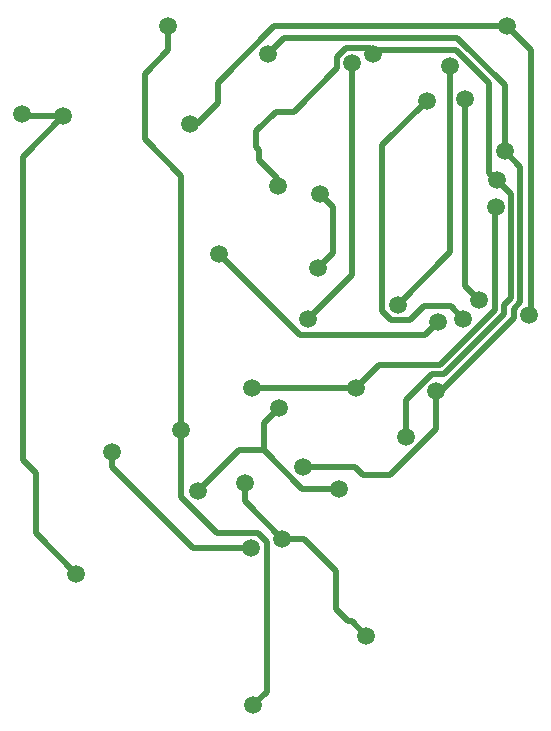
<source format=gtl>
G04 (created by PCBNEW (2013-may-18)-stable) date Thu 08 Oct 2015 06:06:15 PM EEST*
%MOIN*%
G04 Gerber Fmt 3.4, Leading zero omitted, Abs format*
%FSLAX34Y34*%
G01*
G70*
G90*
G04 APERTURE LIST*
%ADD10C,0.00590551*%
%ADD11C,0.0590551*%
%ADD12C,0.019685*%
G04 APERTURE END LIST*
G54D10*
G54D11*
X75837Y-36604D03*
X75372Y-29907D03*
X63575Y-41649D03*
X68235Y-44872D03*
X74851Y-28780D03*
X73111Y-36747D03*
X76749Y-27450D03*
X66197Y-30715D03*
X77491Y-37086D03*
X68780Y-28396D03*
X74393Y-39639D03*
X76674Y-31640D03*
X69950Y-42160D03*
X65471Y-27447D03*
X68306Y-50081D03*
X65893Y-40921D03*
X70122Y-37233D03*
X71603Y-28706D03*
X72279Y-28379D03*
X76417Y-32599D03*
X73375Y-41169D03*
X69127Y-32802D03*
X70513Y-33042D03*
X70461Y-35515D03*
X76375Y-33492D03*
X68256Y-39517D03*
X71720Y-39530D03*
X69259Y-44555D03*
X68008Y-42698D03*
X72071Y-47780D03*
X60590Y-30393D03*
X62401Y-45708D03*
X61968Y-30472D03*
X67173Y-35059D03*
X74449Y-37317D03*
X75293Y-37220D03*
X74075Y-29950D03*
X71171Y-42874D03*
X69144Y-40187D03*
X66441Y-42972D03*
G54D12*
X75372Y-36139D02*
X75837Y-36604D01*
X75372Y-29907D02*
X75372Y-36139D01*
X66306Y-44872D02*
X68235Y-44872D01*
X63575Y-42141D02*
X66306Y-44872D01*
X63575Y-41649D02*
X63575Y-42141D01*
X74851Y-35007D02*
X73111Y-36747D01*
X74851Y-28780D02*
X74851Y-35007D01*
X77543Y-37034D02*
X77491Y-37086D01*
X77543Y-28243D02*
X77543Y-37034D01*
X76749Y-27450D02*
X77543Y-28243D01*
X69002Y-27450D02*
X76749Y-27450D01*
X67109Y-29342D02*
X69002Y-27450D01*
X67109Y-30025D02*
X67109Y-29342D01*
X66420Y-30715D02*
X67109Y-30025D01*
X66197Y-30715D02*
X66420Y-30715D01*
X77202Y-32168D02*
X76674Y-31640D01*
X77202Y-36651D02*
X77202Y-32168D01*
X76979Y-36874D02*
X77202Y-36651D01*
X76979Y-37203D02*
X76979Y-36874D01*
X74543Y-39639D02*
X76979Y-37203D01*
X74393Y-39639D02*
X74543Y-39639D01*
X76674Y-29434D02*
X76674Y-31640D01*
X75107Y-27867D02*
X76674Y-29434D01*
X69309Y-27867D02*
X75107Y-27867D01*
X68780Y-28396D02*
X69309Y-27867D01*
X74393Y-40889D02*
X74393Y-39639D01*
X72857Y-42425D02*
X74393Y-40889D01*
X71969Y-42425D02*
X72857Y-42425D01*
X71703Y-42160D02*
X71969Y-42425D01*
X69950Y-42160D02*
X71703Y-42160D01*
X65471Y-28263D02*
X65471Y-27447D01*
X64680Y-29054D02*
X65471Y-28263D01*
X64680Y-31232D02*
X64680Y-29054D01*
X64680Y-31232D02*
X64680Y-31232D01*
X65893Y-32444D02*
X64680Y-31232D01*
X65893Y-40921D02*
X65893Y-32444D01*
X68747Y-49641D02*
X68306Y-50081D01*
X68747Y-44660D02*
X68747Y-49641D01*
X68447Y-44360D02*
X68747Y-44660D01*
X67080Y-44360D02*
X68447Y-44360D01*
X65893Y-43172D02*
X67080Y-44360D01*
X65893Y-40921D02*
X65893Y-43172D01*
X71603Y-35751D02*
X71603Y-28706D01*
X70122Y-37233D02*
X71603Y-35751D01*
X73375Y-39928D02*
X73375Y-41169D01*
X74246Y-39058D02*
X73375Y-39928D01*
X74667Y-39058D02*
X74246Y-39058D01*
X76664Y-37061D02*
X74667Y-39058D01*
X76664Y-36743D02*
X76664Y-37061D01*
X76887Y-36520D02*
X76664Y-36743D01*
X76887Y-33070D02*
X76887Y-36520D01*
X76417Y-32599D02*
X76887Y-33070D01*
X72279Y-28267D02*
X72279Y-28379D01*
X76162Y-32344D02*
X76417Y-32599D01*
X76162Y-29367D02*
X76162Y-32344D01*
X75061Y-28267D02*
X76162Y-29367D01*
X72279Y-28267D02*
X75061Y-28267D01*
X69085Y-32759D02*
X69127Y-32802D01*
X69085Y-32527D02*
X69085Y-32759D01*
X69085Y-32527D02*
X69085Y-32527D01*
X68486Y-31929D02*
X69085Y-32527D01*
X68486Y-31586D02*
X68486Y-31929D01*
X68379Y-31479D02*
X68486Y-31586D01*
X68379Y-30972D02*
X68379Y-31479D01*
X69041Y-30311D02*
X68379Y-30972D01*
X69645Y-30311D02*
X69041Y-30311D01*
X71091Y-28864D02*
X69645Y-30311D01*
X71091Y-28490D02*
X71091Y-28864D01*
X71388Y-28194D02*
X71091Y-28490D01*
X72206Y-28194D02*
X71388Y-28194D01*
X72279Y-28267D02*
X72206Y-28194D01*
X70958Y-33487D02*
X70513Y-33042D01*
X70958Y-35018D02*
X70958Y-33487D01*
X70461Y-35515D02*
X70958Y-35018D01*
X68269Y-39530D02*
X68256Y-39517D01*
X71720Y-39530D02*
X68269Y-39530D01*
X72507Y-38743D02*
X71720Y-39530D01*
X74520Y-38743D02*
X72507Y-38743D01*
X76349Y-36914D02*
X74520Y-38743D01*
X76349Y-33518D02*
X76349Y-36914D01*
X76375Y-33492D02*
X76349Y-33518D01*
X68008Y-43304D02*
X69259Y-44555D01*
X68008Y-42698D02*
X68008Y-43304D01*
X71575Y-47284D02*
X72071Y-47780D01*
X71575Y-47284D02*
X71575Y-47284D01*
X71455Y-47284D02*
X71575Y-47284D01*
X71050Y-46880D02*
X71455Y-47284D01*
X71050Y-45622D02*
X71050Y-46880D01*
X69984Y-44555D02*
X71050Y-45622D01*
X69259Y-44555D02*
X69984Y-44555D01*
X60669Y-30472D02*
X61968Y-30472D01*
X60590Y-30393D02*
X60669Y-30472D01*
X62401Y-45708D02*
X61062Y-44370D01*
X61062Y-44370D02*
X61062Y-42362D01*
X61062Y-42362D02*
X60629Y-41929D01*
X60629Y-41929D02*
X60629Y-31811D01*
X60629Y-31811D02*
X61968Y-30472D01*
X74011Y-37755D02*
X74449Y-37317D01*
X69869Y-37755D02*
X74011Y-37755D01*
X67173Y-35059D02*
X69869Y-37755D01*
X74877Y-36804D02*
X75293Y-37220D01*
X73982Y-36804D02*
X74877Y-36804D01*
X73519Y-37267D02*
X73982Y-36804D01*
X72907Y-37267D02*
X73519Y-37267D01*
X72589Y-36949D02*
X72907Y-37267D01*
X72589Y-31436D02*
X72589Y-36949D01*
X74075Y-29950D02*
X72589Y-31436D01*
X69940Y-42874D02*
X71171Y-42874D01*
X68645Y-41578D02*
X69940Y-42874D01*
X68645Y-40686D02*
X69144Y-40187D01*
X68645Y-41578D02*
X68645Y-40686D01*
X67835Y-41578D02*
X66441Y-42972D01*
X68645Y-41578D02*
X67835Y-41578D01*
M02*

</source>
